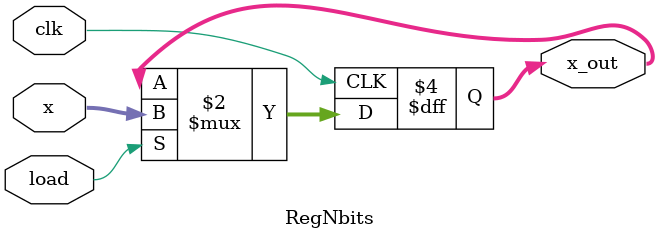
<source format=v>
module RegNbits(x,
                clk, load, 
                x_out
);
parameter N = 32; //tamanho do registrador parametrizável

input[N-1:0] x;   //entrada
input clk, load;  
output reg[N-1:0] x_out; //saída


always @(posedge clk) begin

    if (load) begin
        x_out <= x;
    end

end

endmodule
</source>
